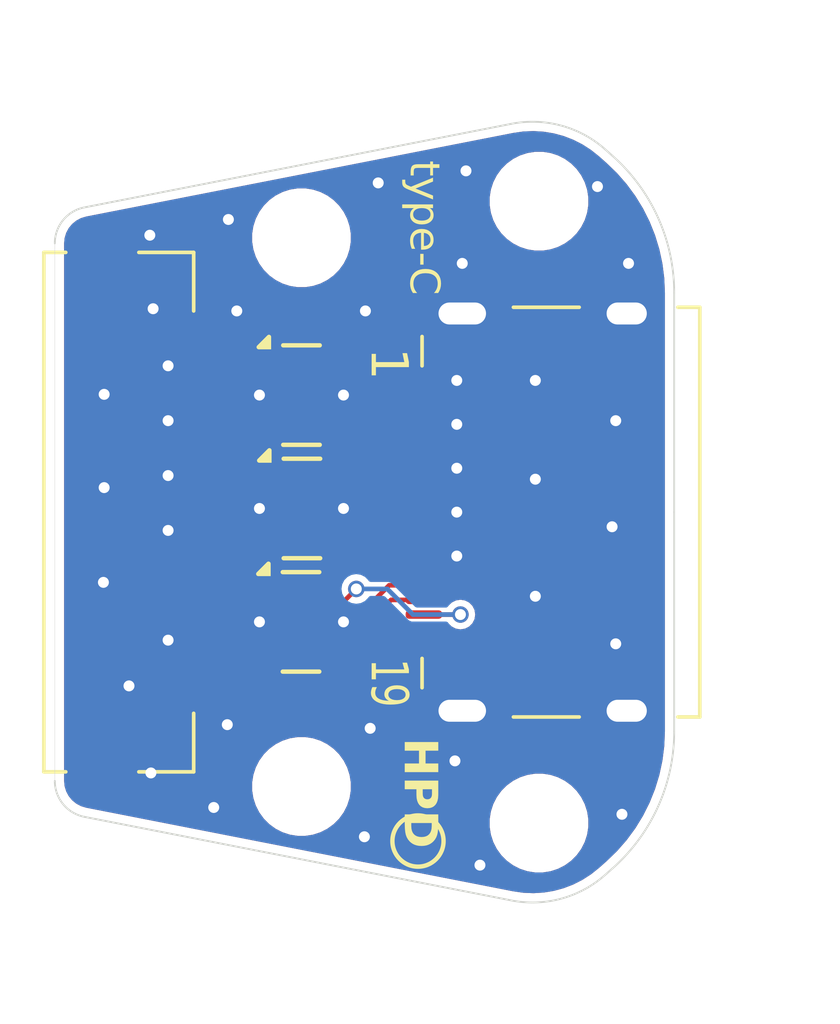
<source format=kicad_pcb>
(kicad_pcb (version 20240225) (generator "pcbnew") (generator_version "8.99")
  (layers (0 "F.Cu" signal) (31 "B.Cu" signal) (34 "B.Paste" user) (35 "F.Paste" user) (36 "B.SilkS" user "B.Silkscreen") (37 "F.SilkS" user "F.Silkscreen") (38 "B.Mask" user) (39 "F.Mask" user) (44 "Edge.Cuts" user))
  (net 0 "")
  (net 1 "TMDS2+")
  (net 2 "TMDS2-")
  (net 3 "TMDS0-")
  (net 4 "TMDSClk-")
  (net 5 "GND")
  (net 6 "+5V")
  (net 7 "TMDSClk+")
  (net 8 "SCL")
  (net 9 "SDA")
  (net 10 "TMDS1-")
  (net 11 "TMDS0+")
  (net 12 "TMDS1+")
  (net 14 "Net-(J3-HPD)")
  (net 15 "CEC")
  (net 16 "UTL")
  (footprint "MountingHole:MountingHole_2.2mm_M2" (layer "F.Cu") (at 176.75 106.5)
    (property "Reference" "REF**" (hide yes))
    (property "Value" "MountingHole_2.2mm_M2" (hide yes))
    (pad "" np_thru_hole circle (at 0 0) (size 2.2 2.2) (drill 2.2) (layers "*.Cu" "*.Mask"))
  )
  (footprint "MountingHole:MountingHole_2.2mm_M2" (layer "F.Cu") (at 170.25 90.5)
    (property "Reference" "REF**" (hide yes))
    (property "Value" "MountingHole_2.2mm_M2" (hide yes))
    (pad "" np_thru_hole circle (at 0 0) (size 2.2 2.2) (drill 2.2) (layers "F&B.Cu" "*.Mask"))
  )
  (footprint "MountingHole:MountingHole_2.2mm_M2" (layer "F.Cu") (at 170.25 105.5)
    (property "Reference" "REF**" (hide yes))
    (property "Value" "MountingHole_2.2mm_M2" (hide yes))
    (pad "" np_thru_hole circle (at 0 0) (size 2.2 2.2) (drill 2.2) (layers "F&B.Cu" "*.Mask"))
  )
  (footprint "SamacSys_Parts:685119136923" (layer "F.Cu") (at 176.9 98 90)
    (property "Reference" "J3" (hide yes))
    (property "Value" "XUNPU HDMI-201" (hide yes))
    (fp_line (start 4 -3.35) (end 4.8 -3.35) (stroke (width 0.1)) (layer "F.SilkS"))
    (fp_line (start -4.8 -3.35) (end -4 -3.35) (stroke (width 0.1)) (layer "F.SilkS"))
    (fp_line (start 5.6 -0.85) (end 5.6 0.95) (stroke (width 0.1)) (layer "F.SilkS"))
    (fp_line (start -5.6 -0.85) (end -5.6 0.95) (stroke (width 0.1)) (layer "F.SilkS"))
    (fp_line (start -5.6 3.65) (end -5.6 4.25) (stroke (width 0.1)) (layer "F.SilkS"))
    (fp_line (start 5.6 4.25) (end 5.6 3.65) (stroke (width 0.1)) (layer "F.SilkS"))
    (fp_line (start -5.6 4.25) (end 5.6 4.25) (stroke (width 0.1)) (layer "F.SilkS"))
    (pad "1" smd roundrect (at 3.6 -3.3 90) (size 0.23 1) (layers "F.Cu" "F.Paste" "F.Mask") (roundrect_rratio 0.4) (net 5 "GND"))
    (pad "2" smd roundrect (at 3.2 -3.3 90) (size 0.23 1) (layers "F.Cu" "F.Paste" "F.Mask") (roundrect_rratio 0.4) (net 1 "TMDS2+"))
    (pad "3" smd roundrect (at 2.8 -3.3 90) (size 0.23 1) (layers "F.Cu" "F.Paste" "F.Mask") (roundrect_rratio 0.4) (net 2 "TMDS2-"))
    (pad "4" smd roundrect (at 2.4 -3.3 90) (size 0.23 1) (layers "F.Cu" "F.Paste" "F.Mask") (roundrect_rratio 0.4) (net 5 "GND"))
    (pad "5" smd roundrect (at 2 -3.3 90) (size 0.23 1) (layers "F.Cu" "F.Paste" "F.Mask") (roundrect_rratio 0.4) (net 12 "TMDS1+"))
    (pad "6" smd roundrect (at 1.6 -3.3 90) (size 0.23 1) (layers "F.Cu" "F.Paste" "F.Mask") (roundrect_rratio 0.4) (net 10 "TMDS1-"))
    (pad "7" smd roundrect (at 1.2 -3.3 90) (size 0.23 1) (layers "F.Cu" "F.Paste" "F.Mask") (roundrect_rratio 0.4) (net 5 "GND"))
    (pad "8" smd roundrect (at 0.8 -3.3 90) (size 0.23 1) (layers "F.Cu" "F.Paste" "F.Mask") (roundrect_rratio 0.4) (net 11 "TMDS0+"))
    (pad "9" smd roundrect (at 0.4 -3.3 90) (size 0.23 1) (layers "F.Cu" "F.Paste" "F.Mask") (roundrect_rratio 0.4) (net 3 "TMDS0-"))
    (pad "10" smd roundrect (at 0 -3.3 90) (size 0.23 1) (layers "F.Cu" "F.Paste" "F.Mask") (roundrect_rratio 0.4) (net 5 "GND"))
    (pad "11" smd roundrect (at -0.4 -3.3 90) (size 0.23 1) (layers "F.Cu" "F.Paste" "F.Mask") (roundrect_rratio 0.4) (net 7 "TMDSClk+"))
    (pad "12" smd roundrect (at -0.8 -3.3 90) (size 0.23 1) (layers "F.Cu" "F.Paste" "F.Mask") (roundrect_rratio 0.4) (net 4 "TMDSClk-"))
    (pad "13" smd roundrect (at -1.2 -3.3 90) (size 0.23 1) (layers "F.Cu" "F.Paste" "F.Mask") (roundrect_rratio 0.4) (net 5 "GND"))
    (pad "14" smd roundrect (at -1.6 -3.3 90) (size 0.23 1) (layers "F.Cu" "F.Paste" "F.Mask") (roundrect_rratio 0.4) (net 15 "CEC"))
    (pad "15" smd roundrect (at -2 -3.3 90) (size 0.23 1) (layers "F.Cu" "F.Paste" "F.Mask") (roundrect_rratio 0.4) (net 8 "SCL"))
    (pad "16" smd roundrect (at -2.4 -3.3 90) (size 0.23 1) (layers "F.Cu" "F.Paste" "F.Mask") (roundrect_rratio 0.4) (net 9 "SDA"))
    (pad "17" smd roundrect (at -2.8 -3.3 90) (size 0.23 1) (layers "F.Cu" "F.Paste" "F.Mask") (roundrect_rratio 0.4) (net 16 "UTL"))
    (pad "18" smd roundrect (at -3.2 -3.3 90) (size 0.23 1) (layers "F.Cu" "F.Paste" "F.Mask") (roundrect_rratio 0.4) (net 6 "+5V"))
    (pad "19" smd roundrect (at -3.6 -3.3 90) (size 0.23 1) (layers "F.Cu" "F.Paste" "F.Mask") (roundrect_rratio 0.4) (net 14 "Net-(J3-HPD)"))
    (pad "SH" thru_hole oval (at -5.43 -2.25 270) (size 1.2 1.9) (drill oval 0.6 1.3) (layers "*.Cu" "*.Mask" "F.Paste") (net 5 "GND"))
    (pad "SH" thru_hole oval (at -5.43 2.25 270) (size 1.2 1.7) (drill oval 0.6 1.1) (layers "*.Cu" "*.Mask" "F.Paste") (net 5 "GND"))
    (pad "SH" thru_hole oval (at 5.43 -2.25 270) (size 1.2 1.9) (drill oval 0.6 1.3) (layers "*.Cu" "*.Mask" "F.Paste") (net 5 "GND"))
    (pad "SH" thru_hole oval (at 5.43 2.25 270) (size 1.2 1.7) (drill oval 0.6 1.1) (layers "*.Cu" "*.Mask" "F.Paste") (net 5 "GND"))
  )
  (footprint "Package_DFN_QFN:Diodes_UDFN-10_1.0x2.5mm_P0.5mm" (layer "F.Cu") (at 170.2375 101)
    (property "Reference" "U3" (hide yes))
    (property "Value" "ESD204DQAR-ES" (hide yes))
    (fp_line (start 0.5 -1.36) (end -0.5 -1.36) (stroke (width 0.12)) (layer "F.SilkS"))
    (fp_line (start 0.5 1.36) (end -0.5 1.36) (stroke (width 0.12)) (layer "F.SilkS"))
    (fp_poly (pts (xy -0.89 -1.31) (xy -1.17 -1.31) (xy -0.89 -1.59) (xy -0.89 -1.31)) (stroke (width 0.12)) (fill solid) (layer "F.SilkS"))
    (pad "1" smd roundrect (at -0.3875 -1 270) (size 0.25 0.625) (layers "F.Cu" "F.Paste" "F.Mask") (net 15 "CEC"))
    (pad "2" smd roundrect (at -0.3875 -0.5 270) (size 0.25 0.625) (layers "F.Cu" "F.Paste" "F.Mask") (net 16 "UTL"))
    (pad "3" smd roundrect (at -0.35 0 270) (size 0.45 0.7) (layers "F.Cu" "F.Paste" "F.Mask") (net 5 "GND"))
    (pad "4" smd roundrect (at -0.3875 0.5 270) (size 0.25 0.625) (layers "F.Cu" "F.Paste" "F.Mask") (net 8 "SCL"))
    (pad "5" smd roundrect (at -0.3875 1 270) (size 0.25 0.625) (layers "F.Cu" "F.Paste" "F.Mask") (net 9 "SDA"))
    (pad "6" smd roundrect (at 0.3875 1 270) (size 0.25 0.625) (layers "F.Cu" "F.Paste" "F.Mask") (net 9 "SDA"))
    (pad "7" smd roundrect (at 0.3875 0.5 270) (size 0.25 0.625) (layers "F.Cu" "F.Paste" "F.Mask") (net 8 "SCL"))
    (pad "8" smd roundrect (at 0.4125 0 270) (size 0.45 0.575) (layers "F.Cu" "F.Paste" "F.Mask") (net 5 "GND"))
    (pad "9" smd roundrect (at 0.3875 -0.5 270) (size 0.25 0.625) (layers "F.Cu" "F.Paste" "F.Mask") (net 16 "UTL"))
    (pad "10" smd roundrect (at 0.3875 -1 270) (size 0.25 0.625) (layers "F.Cu" "F.Paste" "F.Mask") (net 15 "CEC"))
  )
  (footprint "MountingHole:MountingHole_2.2mm_M2" (layer "F.Cu") (at 176.75 89.5)
    (property "Reference" "REF**" (hide yes))
    (property "Value" "MountingHole_2.2mm_M2" (hide yes))
    (pad "" np_thru_hole circle (at 0 0) (size 2.2 2.2) (drill 2.2) (layers "F&B.Cu" "*.Mask"))
  )
  (footprint "Package_DFN_QFN:Diodes_UDFN-10_1.0x2.5mm_P0.5mm" (layer "F.Cu") (at 170.2625 97.9)
    (property "Reference" "U2" (hide yes))
    (property "Value" "ESD204DQAR-ES" (hide yes))
    (fp_line (start 0.5 -1.36) (end -0.5 -1.36) (stroke (width 0.12)) (layer "F.SilkS"))
    (fp_line (start 0.5 1.36) (end -0.5 1.36) (stroke (width 0.12)) (layer "F.SilkS"))
    (fp_poly (pts (xy -0.89 -1.31) (xy -1.17 -1.31) (xy -0.89 -1.59) (xy -0.89 -1.31)) (stroke (width 0.12)) (fill solid) (layer "F.SilkS"))
    (pad "1" smd roundrect (at -0.3875 -1 270) (size 0.25 0.625) (layers "F.Cu" "F.Paste" "F.Mask") (net 11 "TMDS0+"))
    (pad "2" smd roundrect (at -0.3875 -0.5 270) (size 0.25 0.625) (layers "F.Cu" "F.Paste" "F.Mask") (net 3 "TMDS0-"))
    (pad "3" smd roundrect (at -0.35 0 270) (size 0.45 0.7) (layers "F.Cu" "F.Paste" "F.Mask") (net 5 "GND"))
    (pad "4" smd roundrect (at -0.3875 0.5 270) (size 0.25 0.625) (layers "F.Cu" "F.Paste" "F.Mask") (net 7 "TMDSClk+"))
    (pad "5" smd roundrect (at -0.3875 1 270) (size 0.25 0.625) (layers "F.Cu" "F.Paste" "F.Mask") (net 4 "TMDSClk-"))
    (pad "6" smd roundrect (at 0.3875 1 270) (size 0.25 0.625) (layers "F.Cu" "F.Paste" "F.Mask") (net 4 "TMDSClk-"))
    (pad "7" smd roundrect (at 0.3875 0.5 270) (size 0.25 0.625) (layers "F.Cu" "F.Paste" "F.Mask") (net 7 "TMDSClk+"))
    (pad "8" smd roundrect (at 0.4125 0 270) (size 0.45 0.575) (layers "F.Cu" "F.Paste" "F.Mask") (net 5 "GND"))
    (pad "9" smd roundrect (at 0.3875 -0.5 270) (size 0.25 0.625) (layers "F.Cu" "F.Paste" "F.Mask") (net 3 "TMDS0-"))
    (pad "10" smd roundrect (at 0.3875 -1 270) (size 0.25 0.625) (layers "F.Cu" "F.Paste" "F.Mask") (net 11 "TMDS0+"))
  )
  (footprint "Package_DFN_QFN:Diodes_UDFN-10_1.0x2.5mm_P0.5mm" (layer "F.Cu") (at 170.25 94.8)
    (property "Reference" "U1" (hide yes))
    (property "Value" "ESD204DQAR-ES" (hide yes))
    (fp_line (start 0.5 -1.36) (end -0.5 -1.36) (stroke (width 0.12)) (layer "F.SilkS"))
    (fp_line (start 0.5 1.36) (end -0.5 1.36) (stroke (width 0.12)) (layer "F.SilkS"))
    (fp_poly (pts (xy -0.89 -1.31) (xy -1.17 -1.31) (xy -0.89 -1.59) (xy -0.89 -1.31)) (stroke (width 0.12)) (fill solid) (layer "F.SilkS"))
    (pad "1" smd roundrect (at -0.3875 -1 270) (size 0.25 0.625) (layers "F.Cu" "F.Paste" "F.Mask") (net 1 "TMDS2+"))
    (pad "2" smd roundrect (at -0.3875 -0.5 270) (size 0.25 0.625) (layers "F.Cu" "F.Paste" "F.Mask") (net 2 "TMDS2-"))
    (pad "3" smd roundrect (at -0.35 0 270) (size 0.45 0.7) (layers "F.Cu" "F.Paste" "F.Mask") (net 5 "GND"))
    (pad "4" smd roundrect (at -0.3875 0.5 270) (size 0.25 0.625) (layers "F.Cu" "F.Paste" "F.Mask") (net 12 "TMDS1+"))
    (pad "5" smd roundrect (at -0.3875 1 270) (size 0.25 0.625) (layers "F.Cu" "F.Paste" "F.Mask") (net 10 "TMDS1-"))
    (pad "6" smd roundrect (at 0.3875 1 270) (size 0.25 0.625) (layers "F.Cu" "F.Paste" "F.Mask") (net 10 "TMDS1-"))
    (pad "7" smd roundrect (at 0.3875 0.5 270) (size 0.25 0.625) (layers "F.Cu" "F.Paste" "F.Mask") (net 12 "TMDS1+"))
    (pad "8" smd roundrect (at 0.4125 0 270) (size 0.45 0.575) (layers "F.Cu" "F.Paste" "F.Mask") (net 5 "GND"))
    (pad "9" smd roundrect (at 0.3875 -0.5 270) (size 0.25 0.625) (layers "F.Cu" "F.Paste" "F.Mask") (net 2 "TMDS2-"))
    (pad "10" smd roundrect (at 0.3875 -1 270) (size 0.25 0.625) (layers "F.Cu" "F.Paste" "F.Mask") (net 1 "TMDS2+"))
  )
  (footprint "SamacSys_Parts:5052781933" (layer "F.Cu") (at 165.35 98 -90)
    (property "Reference" "J2" (hide yes))
    (property "Value" "505278-1933" (hide yes))
    (fp_line (start -7.1 2.15) (end -7.1 1.55) (stroke (width 0.1)) (layer "F.SilkS"))
    (fp_line (start 7.1 2.15) (end -7.1 2.15) (stroke (width 0.1)) (layer "F.SilkS"))
    (fp_line (start 7.1 1.55) (end 7.1 2.15) (stroke (width 0.1)) (layer "F.SilkS"))
    (fp_line (start -7.1 -0.45) (end -7.1 -1.95) (stroke (width 0.1)) (layer "F.SilkS"))
    (fp_line (start -7.1 -1.95) (end -5.5 -1.95) (stroke (width 0.1)) (layer "F.SilkS"))
    (fp_line (start 5.5 -1.95) (end 7.1 -1.95) (stroke (width 0.1)) (layer "F.SilkS"))
    (fp_line (start 7.1 -1.95) (end 7.1 -0.45) (stroke (width 0.1)) (layer "F.SilkS"))
    (pad "1" smd roundrect (at -4.5 -2.15 270) (size 0.3 1) (layers "F.Cu" "F.Paste" "F.Mask") (net 1 "TMDS2+"))
    (pad "2" smd roundrect (at -4 -2.15 270) (size 0.3 1) (layers "F.Cu" "F.Paste" "F.Mask") (net 5 "GND"))
    (pad "3" smd roundrect (at -3.5 -2.15 270) (size 0.3 1) (layers "F.Cu" "F.Paste" "F.Mask") (net 2 "TMDS2-"))
    (pad "4" smd roundrect (at -3 -2.15 270) (size 0.3 1) (layers "F.Cu" "F.Paste" "F.Mask") (net 12 "TMDS1+"))
    (pad "5" smd roundrect (at -2.5 -2.15 270) (size 0.3 1) (layers "F.Cu" "F.Paste" "F.Mask") (net 5 "GND"))
    (pad "6" smd roundrect (at -2 -2.15 270) (size 0.3 1) (layers "F.Cu" "F.Paste" "F.Mask") (net 10 "TMDS1-"))
    (pad "7" smd roundrect (at -1.5 -2.15 270) (size 0.3 1) (layers "F.Cu" "F.Paste" "F.Mask") (net 11 "TMDS0+"))
    (pad "8" smd roundrect (at -1 -2.15 270) (size 0.3 1) (layers "F.Cu" "F.Paste" "F.Mask") (net 5 "GND"))
    (pad "9" smd roundrect (at -0.5 -2.15 270) (size 0.3 1) (layers "F.Cu" "F.Paste" "F.Mask") (net 3 "TMDS0-"))
    (pad "10" smd roundrect (at 0 -2.15 270) (size 0.3 1) (layers "F.Cu" "F.Paste" "F.Mask") (net 7 "TMDSClk+"))
    (pad "11" smd roundrect (at 0.5 -2.15 270) (size 0.3 1) (layers "F.Cu" "F.Paste" "F.Mask") (net 5 "GND"))
    (pad "12" smd roundrect (at 1 -2.15 270) (size 0.3 1) (layers "F.Cu" "F.Paste" "F.Mask") (net 4 "TMDSClk-"))
    (pad "13" smd roundrect (at 1.5 -2.15 270) (size 0.3 1) (layers "F.Cu" "F.Paste" "F.Mask") (net 15 "CEC"))
    (pad "14" smd roundrect (at 2 -2.15 270) (size 0.3 1) (layers "F.Cu" "F.Paste" "F.Mask") (net 16 "UTL"))
    (pad "15" smd roundrect (at 2.5 -2.15 270) (size 0.3 1) (layers "F.Cu" "F.Paste" "F.Mask") (net 8 "SCL"))
    (pad "16" smd roundrect (at 3 -2.15 270) (size 0.3 1) (layers "F.Cu" "F.Paste" "F.Mask") (net 9 "SDA"))
    (pad "17" smd roundrect (at 3.5 -2.15 270) (size 0.3 1) (layers "F.Cu" "F.Paste" "F.Mask") (net 5 "GND"))
    (pad "18" smd roundrect (at 4 -2.15 270) (size 0.3 1) (layers "F.Cu" "F.Paste" "F.Mask") (net 6 "+5V"))
    (pad "19" smd roundrect (at 4.5 -2.15 270) (size 0.3 1) (layers "F.Cu" "F.Paste" "F.Mask"))
    (pad "MP1" smd roundrect (at -6.8 0.55) (size 1.3 2) (layers "F.Cu" "F.Paste" "F.Mask") (net 5 "GND"))
    (pad "MP2" smd roundrect (at 6.8 0.55) (size 1.3 2) (layers "F.Cu" "F.Paste" "F.Mask") (net 5 "GND"))
  )
  (footprint "TestPoint:TestPoint_Pad_D1.0mm" (layer "F.Cu") (at 173.438318 106.991566)
    (property "Reference" "HPD1" (hide yes))
    (property "Value" "TestPoint" (hide yes))
    (fp_circle (center 0 0) (end 0 0.7) (stroke (width 0.12)) (fill none) (layer "F.SilkS"))
    (pad "1" smd circle (at 0 0) (size 1 1) (layers "F.Cu" "F.Mask") (net 14 "Net-(J3-HPD)"))
  )
  (gr_arc (start 178.763092 88.26172) (mid 180.008806 89.952907) (end 180.45 92.006506) (stroke (width 0.05)) (layer "Edge.Cuts"))
  (gr_line (start 180.45 92.006506) (end 180.45 98) (stroke (width 0.05)) (layer "Edge.Cuts"))
  (gr_arc (start 163.5 90.651602) (mid 163.72801 90.015966) (end 164.308064 89.670194) (stroke (width 0.05)) (layer "Edge.Cuts"))
  (gr_arc (start 178.559635 107.918283) (mid 177.359212 108.566241) (end 175.995973 108.615633) (stroke (width 0.05)) (layer "Edge.Cuts"))
  (gr_line (start 180.45 98) (end 180.45 103.993494) (stroke (width 0.05)) (layer "Edge.Cuts"))
  (gr_line (start 178.559635 88.081717) (end 178.763092 88.26172) (stroke (width 0.05)) (layer "Edge.Cuts"))
  (gr_line (start 175.995973 108.615633) (end 164.308064 106.329806) (stroke (width 0.05)) (layer "Edge.Cuts"))
  (gr_arc (start 180.45 103.993494) (mid 180.008806 106.047092) (end 178.763092 107.73828) (stroke (width 0.05)) (layer "Edge.Cuts"))
  (gr_arc (start 175.995973 87.384367) (mid 177.359209 87.433774) (end 178.559635 88.081717) (stroke (width 0.05)) (layer "Edge.Cuts"))
  (gr_line (start 163.5 90.651602) (end 163.5 105.348398) (stroke (width 0.01)) (layer "Edge.Cuts"))
  (gr_line (start 175.995973 87.384367) (end 164.308064 89.670194) (stroke (width 0.05)) (layer "Edge.Cuts"))
  (gr_arc (start 164.308064 106.329806) (mid 163.72801 105.984034) (end 163.5 105.348398) (stroke (width 0.05)) (layer "Edge.Cuts"))
  (gr_line (start 178.559635 107.918283) (end 178.763092 107.73828) (stroke (width 0.05)) (layer "Edge.Cuts"))
  (gr_text "HPD" (at 172.922727 104.169382 -90) (layer "F.SilkS") (effects (font (size 0.9 0.9) (thickness 0.16) (bold yes)) (justify left bottom)))
  (gr_text "type-C" (at 173.10126 88.384843 -90) (layer "F.SilkS") (effects (font (size 0.8 0.8) (thickness 0.125)) (justify left bottom)))
  (gr_text "19" (at 172 102 270) (layer "F.SilkS") (effects (font (size 1 0.75)) (justify left bottom)))
  (gr_text "1" (at 172 93.5 -90) (layer "F.SilkS") (effects (font (size 1 1)) (justify left bottom)))
  (segment (start 169.446 93.8) (end 169.8625 93.8) (width 0.127) (layer "F.Cu") (net 1))
  (segment (start 171.896 93.946) (end 172.75 94.8) (width 0.127) (layer "F.Cu") (net 1))
  (segment (start 170.6375 93.8) (end 171.054 93.8) (width 0.127) (layer "F.Cu") (net 1))
  (segment (start 168.323552 93.946) (end 169.3 93.946) (width 0.127) (layer "F.Cu") (net 1))
  (segment (start 172.75 94.8) (end 173.6 94.8) (width 0.127) (layer "F.Cu") (net 1))
  (segment (start 169.8625 93.8) (end 170.6375 93.8) (width 0.254) (layer "F.Cu") (net 1))
  (segment (start 169.3 93.946) (end 169.446 93.8) (width 0.127) (layer "F.Cu") (net 1))
  (segment (start 171.054 93.8) (end 171.2 93.946) (width 0.127) (layer "F.Cu") (net 1))
  (segment (start 167.5 93.5) (end 167.877552 93.5) (width 0.127) (layer "F.Cu") (net 1))
  (segment (start 167.877552 93.5) (end 168.323552 93.946) (width 0.127) (layer "F.Cu") (net 1))
  (segment (start 171.2 93.946) (end 171.896 93.946) (width 0.127) (layer "F.Cu") (net 1))
  (segment (start 168.1 94.5) (end 168.4 94.2) (width 0.127) (layer "F.Cu") (net 2))
  (segment (start 169.8625 94.3) (end 170.6375 94.3) (width 0.254) (layer "F.Cu") (net 2))
  (segment (start 172.79079 95.2) (end 171.79079 94.2) (width 0.127) (layer "F.Cu") (net 2))
  (segment (start 167.5 94.5) (end 168.1 94.5) (width 0.127) (layer "F.Cu") (net 2))
  (segment (start 171.1 94.3) (end 170.6375 94.3) (width 0.127) (layer "F.Cu") (net 2))
  (segment (start 169.3 94.2) (end 169.4 94.3) (width 0.127) (layer "F.Cu") (net 2))
  (segment (start 169.4 94.3) (end 169.8625 94.3) (width 0.127) (layer "F.Cu") (net 2))
  (segment (start 171.79079 94.2) (end 171.2 94.2) (width 0.127) (layer "F.Cu") (net 2))
  (segment (start 173.6 95.2) (end 172.79079 95.2) (width 0.127) (layer "F.Cu") (net 2))
  (segment (start 168.4 94.2) (end 169.3 94.2) (width 0.127) (layer "F.Cu") (net 2))
  (segment (start 171.2 94.2) (end 171.1 94.3) (width 0.127) (layer "F.Cu") (net 2))
  (segment (start 171.16 97.4) (end 170.65 97.4) (width 0.127) (layer "F.Cu") (net 3))
  (segment (start 169.4 97.4) (end 169.875 97.4) (width 0.127) (layer "F.Cu") (net 3))
  (segment (start 171.28 97.28) (end 171.16 97.4) (width 0.127) (layer "F.Cu") (net 3))
  (segment (start 172.94079 97.6) (end 172.62079 97.28) (width 0.127) (layer "F.Cu") (net 3))
  (segment (start 169.875 97.4) (end 170.65 97.4) (width 0.254) (layer "F.Cu") (net 3))
  (segment (start 168.4 97.3) (end 169.3 97.3) (width 0.127) (layer "F.Cu") (net 3))
  (segment (start 172.62079 97.28) (end 171.28 97.28) (width 0.127) (layer "F.Cu") (net 3))
  (segment (start 169.3 97.3) (end 169.4 97.4) (width 0.127) (layer "F.Cu") (net 3))
  (segment (start 173.45 97.6) (end 172.94079 97.6) (width 0.127) (layer "F.Cu") (net 3))
  (segment (start 168.2 97.5) (end 168.4 97.3) (width 0.127) (layer "F.Cu") (net 3))
  (segment (start 167.5 97.5) (end 168.2 97.5) (width 0.127) (layer "F.Cu") (net 3))
  (segment (start 169.875 98.9) (end 170.65 98.9) (width 0.254) (layer "F.Cu") (net 4))
  (segment (start 169.3 98.8) (end 169.4 98.9) (width 0.127) (layer "F.Cu") (net 4))
  (segment (start 171.13 98.9) (end 170.65 98.9) (width 0.127) (layer "F.Cu") (net 4))
  (segment (start 169.4 98.9) (end 169.875 98.9) (width 0.127) (layer "F.Cu") (net 4))
  (segment (start 172.8 98.8) (end 172.75 98.75) (width 0.127) (layer "F.Cu") (net 4))
  (segment (start 172.75 98.75) (end 171.28 98.75) (width 0.127) (layer "F.Cu") (net 4))
  (segment (start 168.22 99) (end 168.42 98.8) (width 0.127) (layer "F.Cu") (net 4))
  (segment (start 171.28 98.75) (end 171.13 98.9) (width 0.127) (layer "F.Cu") (net 4))
  (segment (start 167.5 99) (end 168.22 99) (width 0.127) (layer "F.Cu") (net 4))
  (segment (start 168.42 98.8) (end 169.3 98.8) (width 0.127) (layer "F.Cu") (net 4))
  (segment (start 173.45 98.8) (end 172.8 98.8) (width 0.127) (layer "F.Cu") (net 4))
  (segment (start 170.675 97.9) (end 171.4 97.9) (width 0.4064) (layer "F.Cu") (net 5))
  (segment (start 169.9 94.8) (end 170.6625 94.8) (width 0.4064) (layer "F.Cu") (net 5))
  (segment (start 169.8875 101) (end 170.65 101) (width 0.4064) (layer "F.Cu") (net 5))
  (segment (start 170.6625 94.8) (end 171.4 94.8) (width 0.4064) (layer "F.Cu") (net 5))
  (segment (start 173.45 94.4) (end 174.35 94.4) (width 0.254) (layer "F.Cu") (net 5))
  (segment (start 169.9125 97.9) (end 170.675 97.9) (width 0.4064) (layer "F.Cu") (net 5))
  (segment (start 173.6 98) (end 174.35 98) (width 0.254) (layer "F.Cu") (net 5))
  (segment (start 167.5 94) (end 166.6 94) (width 0.3048) (layer "F.Cu") (net 5))
  (segment (start 173.6 96.8) (end 174.35 96.8) (width 0.254) (layer "F.Cu") (net 5))
  (segment (start 169.8875 101) (end 169.1 101) (width 0.4064) (layer "F.Cu") (net 5))
  (segment (start 169.9 94.8) (end 169.1 94.8) (width 0.4064) (layer "F.Cu") (net 5))
  (segment (start 167.5 95.5) (end 166.6 95.5) (width 0.3048) (layer "F.Cu") (net 5))
  (segment (start 170.65 101) (end 171.4 101) (width 0.4064) (layer "F.Cu") (net 5))
  (segment (start 167.5 97) (end 166.6 97) (width 0.3048) (layer "F.Cu") (net 5))
  (segment (start 169.9125 97.9) (end 169.1 97.9) (width 0.4064) (layer "F.Cu") (net 5))
  (segment (start 167.5 101.5) (end 166.6 101.5) (width 0.3048) (layer "F.Cu") (net 5))
  (segment (start 167.5 98.5) (end 166.6 98.5) (width 0.3048) (layer "F.Cu") (net 5))
  (segment (start 173.45 95.6) (end 174.35 95.6) (width 0.254) (layer "F.Cu") (net 5))
  (segment (start 173.6 99.2) (end 174.35 99.2) (width 0.254) (layer "F.Cu") (net 5))
  (via (at 174.65 91.2) (size 0.45) (drill 0.3) (layers "F.Cu" "B.Cu") (net 5))
  (via (at 176.65 94.4) (size 0.45) (drill 0.3) (layers "F.Cu" "B.Cu") (net 5))
  (via (at 174.751883 88.670615) (size 0.45) (drill 0.3) (layers "F.Cu" "B.Cu") (net 5))
  (via (at 172.13 103.91) (size 0.45) (drill 0.3) (layers "F.Cu" "B.Cu") (net 5))
  (via (at 172.35 89) (size 0.45) (drill 0.3) (layers "F.Cu" "B.Cu") (net 5))
  (via (at 166.6 97) (size 0.45) (drill 0.3) (layers "F.Cu" "B.Cu") (net 5))
  (via (at 174.5 98) (size 0.45) (drill 0.3) (layers "F.Cu" "B.Cu") (net 5))
  (via (at 166.6 95.5) (size 0.45) (drill 0.3) (layers "F.Cu" "B.Cu") (net 5))
  (via (at 168.48 92.5) (size 0.45) (drill 0.3) (layers "F.Cu" "B.Cu") (net 5))
  (via (at 178.85 101.6) (size 0.45) (drill 0.3) (layers "F.Cu" "B.Cu") (net 5))
  (via (at 164.85 97.33) (size 0.45) (drill 0.3) (layers "F.Cu" "B.Cu") (net 5))
  (via (at 171.971781 106.874535) (size 0.45) (drill 0.3) (layers "F.Cu" "B.Cu") (net 5))
  (via (at 166.6 98.5) (size 0.45) (drill 0.3) (layers "F.Cu" "B.Cu") (net 5))
  (via (at 167.848915 106.073925) (size 0.45) (drill 0.3) (layers "F.Cu" "B.Cu") (net 5))
  (via (at 166.19 92.44) (size 0.45) (drill 0.3) (layers "F.Cu" "B.Cu") (net 5))
  (via (at 171.4 97.9) (size 0.45) (drill 0.3) (layers "F.Cu" "B.Cu") (net 5))
  (via (at 166.6 101.5) (size 0.45) (drill 0.3) (layers "F.Cu" "B.Cu") (net 5))
  (via (at 168.25 90) (size 0.45) (drill 0.3) (layers "F.Cu" "B.Cu") (net 5))
  (via (at 164.83 99.92) (size 0.45) (drill 0.3) (layers "F.Cu" "B.Cu") (net 5))
  (via (at 179.02 106.26) (size 0.45) (drill 0.3) (layers "F.Cu" "B.Cu") (net 5))
  (via (at 169.1 94.8) (size 0.45) (drill 0.3) (layers "F.Cu" "B.Cu") (net 5))
  (via (at 174.5 99.2) (size 0.45) (drill 0.3) (layers "F.Cu" "B.Cu") (net 5))
  (via (at 174.5 96.8) (size 0.45) (drill 0.3) (layers "F.Cu" "B.Cu") (net 5))
  (via (at 165.53 102.75) (size 0.45) (drill 0.3) (layers "F.Cu" "B.Cu") (net 5))
  (via (at 166.6 94) (size 0.45) (drill 0.3) (layers "F.Cu" "B.Cu") (net 5))
  (via (at 174.5 95.6) (size 0.45) (drill 0.3) (layers "F.Cu" "B.Cu") (net 5))
  (via (at 168.22 103.81) (size 0.45) (drill 0.3) (layers "F.Cu" "B.Cu") (net 5))
  (via (at 176.65 100.3) (size 0.45) (drill 0.3) (layers "F.Cu" "B.Cu") (net 5))
  (via (at 166.13 105.13) (size 0.45) (drill 0.3) (layers "F.Cu" "B.Cu") (net 5))
  (via (at 178.85 95.5) (size 0.45) (drill 0.3) (layers "F.Cu" "B.Cu") (net 5))
  (via (at 179.2 91.2) (size 0.45) (drill 0.3) (layers "F.Cu" "B.Cu") (net 5))
  (via (at 171.4 101) (size 0.45) (drill 0.3) (layers "F.Cu" "B.Cu") (net 5))
  (via (at 169.1 101) (size 0.45) (drill 0.3) (layers "F.Cu" "B.Cu") (net 5))
  (via (at 171.4 94.8) (size 0.45) (drill 0.3) (layers "F.Cu" "B.Cu") (net 5))
  (via (at 174.5 94.4) (size 0.45) (drill 0.3) (layers "F.Cu" "B.Cu") (net 5))
  (via (at 176.65 97.1) (size 0.45) (drill 0.3) (layers "F.Cu" "B.Cu") (net 5))
  (via (at 164.85 94.78) (size 0.45) (drill 0.3) (layers "F.Cu" "B.Cu") (net 5))
  (via (at 172 92.5) (size 0.45) (drill 0.3) (layers "F.Cu" "B.Cu") (net 5))
  (via (at 174.45 104.8) (size 0.45) (drill 0.3) (layers "F.Cu" "B.Cu") (net 5))
  (via (at 169.1 97.9) (size 0.45) (drill 0.3) (layers "F.Cu" "B.Cu") (net 5))
  (via (at 178.75 98.4) (size 0.45) (drill 0.3) (layers "F.Cu" "B.Cu") (net 5))
  (via (at 166.1 90.43) (size 0.45) (drill 0.3) (layers "F.Cu" "B.Cu") (net 5))
  (via (at 178.35 89.1) (size 0.45) (drill 0.3) (layers "F.Cu" "B.Cu") (net 5))
  (via (at 175.13402 107.650075) (size 0.45) (drill 0.3) (layers "F.Cu" "B.Cu") (net 5))
  (segment (start 172.75 101.2) (end 172.525858 101.424142) (width 0.254) (layer "F.Cu") (net 6))
  (segment (start 168.05 102) (end 168.75 102.7) (width 0.3048) (layer "F.Cu") (net 6))
  (segment (start 172.525858 101.424142) (end 172.525858 101.7) (width 0.254) (layer "F.Cu") (net 6))
  (segment (start 173.6 101.2) (end 172.75 101.2) (width 0.254) (layer "F.Cu") (net 6))
  (segment (start 172.525858 102.024142) (end 172.525858 101.7) (width 0.3048) (layer "F.Cu") (net 6))
  (segment (start 171.85 102.7) (end 172.525858 102.024142) (width 0.3048) (layer "F.Cu") (net 6))
  (segment (start 167.5 102) (end 168.05 102) (width 0.3048) (layer "F.Cu") (net 6))
  (segment (start 168.75 102.7) (end 171.85 102.7) (width 0.3048) (layer "F.Cu") (net 6))
  (segment (start 171.2 98.4) (end 171.296 98.496) (width 0.127) (layer "F.Cu") (net 7))
  (segment (start 172.846 98.4) (end 173.45 98.4) (width 0.127) (layer "F.Cu") (net 7))
  (segment (start 169.875 98.4) (end 170.65 98.4) (width 0.254) (layer "F.Cu") (net 7))
  (segment (start 168.42 98.5) (end 167.92 98) (width 0.127) (layer "F.Cu") (net 7))
  (segment (start 172.75 98.496) (end 172.846 98.4) (width 0.127) (layer "F.Cu") (net 7))
  (segment (start 171.296 98.496) (end 172.75 98.496) (width 0.127) (layer "F.Cu") (net 7))
  (segment (start 169.4 98.4) (end 169.3 98.5) (width 0.127) (layer "F.Cu") (net 7))
  (segment (start 169.3 98.5) (end 168.42 98.5) (width 0.127) (layer "F.Cu") (net 7))
  (segment (start 170.65 98.4) (end 171.2 98.4) (width 0.127) (layer "F.Cu") (net 7))
  (segment (start 167.92 98) (end 167.5 98) (width 0.127) (layer "F.Cu") (net 7))
  (segment (start 169.875 98.4) (end 169.4 98.4) (width 0.127) (layer "F.Cu") (net 7))
  (segment (start 171.866699 100.783301) (end 171.866699 101.283301) (width 0.127) (layer "F.Cu") (net 8))
  (segment (start 168.2 100.5) (end 168.6365 100.9365) (width 0.127) (layer "F.Cu") (net 8))
  (segment (start 172.65 100) (end 171.866699 100.783301) (width 0.127) (layer "F.Cu") (net 8))
  (segment (start 171.65 101.5) (end 170.625 101.5) (width 0.127) (layer "F.Cu") (net 8))
  (segment (start 168.944512 101.5) (end 169.85 101.5) (width 0.127) (layer "F.Cu") (net 8))
  (segment (start 168.6365 101.191988) (end 168.944512 101.5) (width 0.127) (layer "F.Cu") (net 8))
  (segment (start 168.6365 100.9365) (end 168.6365 101.191988) (width 0.127) (layer "F.Cu") (net 8))
  (segment (start 167.5 100.5) (end 168.2 100.5) (width 0.127) (layer "F.Cu") (net 8))
  (segment (start 171.866699 101.283301) (end 171.65 101.5) (width 0.127) (layer "F.Cu") (net 8))
  (segment (start 169.85 101.5) (end 170.625 101.5) (width 0.254) (layer "F.Cu") (net 8))
  (segment (start 173.6 100) (end 172.65 100) (width 0.127) (layer "F.Cu") (net 8))
  (segment (start 171.75 102) (end 172.15 101.6) (width 0.127) (layer "F.Cu") (net 9))
  (segment (start 172.7 100.4) (end 173.6 100.4) (width 0.127) (layer "F.Cu") (net 9))
  (segment (start 168.346 101.2) (end 168.346 101.446) (width 0.127) (layer "F.Cu") (net 9))
  (segment (start 168.146 101) (end 168.346 101.2) (width 0.127) (layer "F.Cu") (net 9))
  (segment (start 169.85 102) (end 170.625 102) (width 0.254) (layer "F.Cu") (net 9))
  (segment (start 168.346 101.446) (end 168.9 102) (width 0.127) (layer "F.Cu") (net 9))
  (segment (start 168.9 102) (end 169.85 102) (width 0.127) (layer "F.Cu") (net 9))
  (segment (start 172.15 101.6) (end 172.15 100.95) (width 0.127) (layer "F.Cu") (net 9))
  (segment (start 167.5 101) (end 168.146 101) (width 0.127) (layer "F.Cu") (net 9))
  (segment (start 172.15 100.95) (end 172.7 100.4) (width 0.127) (layer "F.Cu") (net 9))
  (segment (start 170.625 102) (end 171.75 102) (width 0.127) (layer "F.Cu") (net 9))
  (segment (start 168.1 96) (end 168.4 95.7) (width 0.127) (layer "F.Cu") (net 10))
  (segment (start 171.2 95.8) (end 170.6375 95.8) (width 0.127) (layer "F.Cu") (net 10))
  (segment (start 169.4 95.8) (end 169.8625 95.8) (width 0.127) (layer "F.Cu") (net 10))
  (segment (start 171.3 95.7) (end 171.2 95.8) (width 0.127) (layer "F.Cu") (net 10))
  (segment (start 172.09079 95.7) (end 171.3 95.7) (width 0.127) (layer "F.Cu") (net 10))
  (segment (start 169.3 95.7) (end 169.4 95.8) (width 0.127) (layer "F.Cu") (net 10))
  (segment (start 167.5 96) (end 168.1 96) (width 0.127) (layer "F.Cu") (net 10))
  (segment (start 168.4 95.7) (end 169.3 95.7) (width 0.127) (layer "F.Cu") (net 10))
  (segment (start 172.79079 96.4) (end 172.09079 95.7) (width 0.127) (layer "F.Cu") (net 10))
  (segment (start 169.8625 95.8) (end 170.6375 95.8) (width 0.254) (layer "F.Cu") (net 10))
  (segment (start 173.6 96.4) (end 172.79079 96.4) (width 0.127) (layer "F.Cu") (net 10))
  (segment (start 171.154 96.9) (end 171.274 97.02) (width 0.127) (layer "F.Cu") (net 11))
  (segment (start 168.3 96.9) (end 168.3 96.7) (width 0.127) (layer "F.Cu") (net 11))
  (segment (start 169.875 96.9) (end 169.4 96.9) (width 0.127) (layer "F.Cu") (net 11))
  (segment (start 169.3 97) (end 168.4 97) (width 0.127) (layer "F.Cu") (net 11))
  (segment (start 168.1 96.5) (end 167.5 96.5) (width 0.127) (layer "F.Cu") (net 11))
  (segment (start 169.4 96.9) (end 169.3 97) (width 0.127) (layer "F.Cu") (net 11))
  (segment (start 168.4 97) (end 168.3 96.9) (width 0.127) (layer "F.Cu") (net 11))
  (segment (start 169.875 96.9) (end 170.65 96.9) (width 0.254) (layer "F.Cu") (net 11))
  (segment (start 171.274 97.02) (end 172.72 97.02) (width 0.127) (layer "F.Cu") (net 11))
  (segment (start 170.65 96.9) (end 171.154 96.9) (width 0.127) (layer "F.Cu") (net 11))
  (segment (start 168.3 96.7) (end 168.1 96.5) (width 0.127) (layer "F.Cu") (net 11))
  (segment (start 172.72 97.02) (end 172.9 97.2) (width 0.127) (layer "F.Cu") (net 11))
  (segment (start 172.9 97.2) (end 173.45 97.2) (width 0.127) (layer "F.Cu") (net 11))
  (segment (start 172.75 96) (end 173.6 96) (width 0.127) (layer "F.Cu") (net 12))
  (segment (start 172.196 95.446) (end 172.75 96) (width 0.127) (layer "F.Cu") (net 12))
  (segment (start 168.4 95.4) (end 168.275532 95.275532) (width 0.127) (layer "F.Cu") (net 12))
  (segment (start 169.3 95.4) (end 168.4 95.4) (width 0.127) (layer "F.Cu") (net 12))
  (segment (start 171.3 95.446) (end 172.196 95.446) (width 0.127) (layer "F.Cu") (net 12))
  (segment (start 170.6375 95.3) (end 171.154 95.3) (width 0.127) (layer "F.Cu") (net 12))
  (segment (start 168.275532 95.275532) (end 168.275532 95.145271) (width 0.127) (layer "F.Cu") (net 12))
  (segment (start 168.130261 95) (end 167.5 95) (width 0.127) (layer "F.Cu") (net 12))
  (segment (start 169.8625 95.3) (end 170.6375 95.3) (width 0.254) (layer "F.Cu") (net 12))
  (segment (start 168.275532 95.145271) (end 168.130261 95) (width 0.127) (layer "F.Cu") (net 12))
  (segment (start 169.8625 95.3) (end 169.4 95.3) (width 0.127) (layer "F.Cu") (net 12))
  (segment (start 169.4 95.3) (end 169.3 95.4) (width 0.127) (layer "F.Cu") (net 12))
  (segment (start 171.154 95.3) (end 171.3 95.446) (width 0.127) (layer "F.Cu") (net 12))
  (segment (start 175.25 101.6) (end 176.05 102.4) (width 0.254) (layer "F.Cu") (net 14))
  (segment (start 173.6 101.6) (end 175.25 101.6) (width 0.254) (layer "F.Cu") (net 14))
  (segment (start 176.05 104.379884) (end 173.438318 106.991566) (width 0.254) (layer "F.Cu") (net 14))
  (segment (start 176.05 102.4) (end 176.05 104.379884) (width 0.254) (layer "F.Cu") (net 14))
  (segment (start 167.5 99.5) (end 168.5 99.5) (width 0.127) (layer "F.Cu") (net 15))
  (segment (start 169 100) (end 169.85 100) (width 0.127) (layer "F.Cu") (net 15))
  (segment (start 171.05 100) (end 171.45 99.6) (width 0.127) (layer "F.Cu") (net 15))
  (segment (start 169.85 100) (end 170.625 100) (width 0.254) (layer "F.Cu") (net 15))
  (segment (start 171.45 99.6) (end 173.6 99.6) (width 0.127) (layer "F.Cu") (net 15))
  (segment (start 168.5 99.5) (end 169 100) (width 0.127) (layer "F.Cu") (net 15))
  (segment (start 170.625 100) (end 171.05 100) (width 0.127) (layer "F.Cu") (net 15))
  (segment (start 168.94079 100.5) (end 169.85 100.5) (width 0.127) (layer "F.Cu") (net 16))
  (segment (start 168.44079 100) (end 168.94079 100.5) (width 0.127) (layer "F.Cu") (net 16))
  (segment (start 171.75 100.1) (end 171.35 100.5) (width 0.127) (layer "F.Cu") (net 16))
  (segment (start 167.5 100) (end 168.44079 100) (width 0.127) (layer "F.Cu") (net 16))
  (segment (start 171.35 100.5) (end 170.625 100.5) (width 0.127) (layer "F.Cu") (net 16))
  (segment (start 169.85 100.5) (end 170.625 100.5) (width 0.254) (layer "F.Cu") (net 16))
  (segment (start 173.6 100.8) (end 174.45 100.8) (width 0.127) (layer "F.Cu") (net 16))
  (via (at 171.75 100.1) (size 0.45) (drill 0.3) (layers "F.Cu" "B.Cu") (net 16))
  (via (at 174.6 100.8) (size 0.45) (drill 0.3) (layers "F.Cu" "B.Cu") (net 16))
  (segment (start 172.6 100.1) (end 173.3 100.8) (width 0.127) (layer "B.Cu") (net 16))
  (segment (start 171.75 100.1) (end 172.6 100.1) (width 0.127) (layer "B.Cu") (net 16))
  (segment (start 173.3 100.8) (end 174.45 100.8) (width 0.127) (layer "B.Cu") (net 16))
  (zone (net 5) (net_name "GND") (layers "F&B.Cu") (connect_pads yes (clearance 0.127)) (min_thickness 0.127) (fill yes (thermal_gap 0.5) (thermal_bridge_width 0.5) (smoothing fillet) (radius 0.5))
    (polygon (pts (xy 162 84) (xy 162 112) (xy 185 112) (xy 185 84)))
  )
  (zone (net 0) (net_name "") (layers "F.Cu" "User.2") (connect_pads (clearance 0)) (min_thickness 0.25)
    (keepout (tracks allowed) (vias allowed) (pads allowed) (copperpour not_allowed) (footprints allowed))
    (fill (thermal_gap 0.5) (thermal_bridge_width 0.5))
    (polygon (pts (xy 171.9 94.35) (xy 168 93.85) (xy 168 101.75) (xy 173.25 101.7) (xy 173.2 94.8)))
  )
)
</source>
